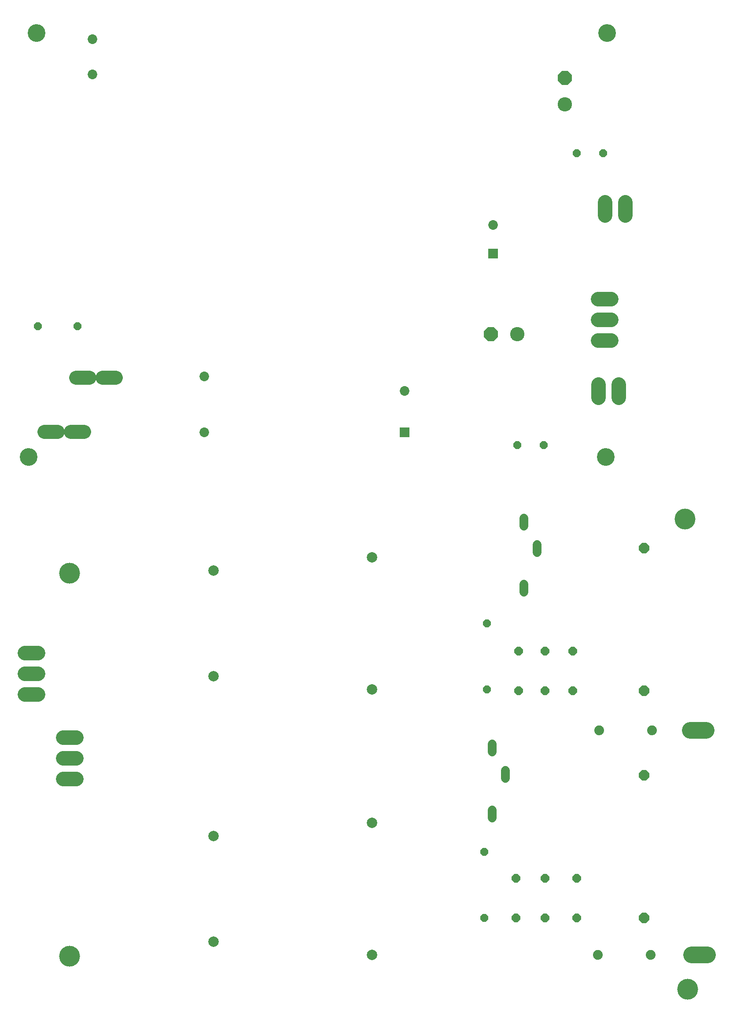
<source format=gbs>
G75*
%MOIN*%
%OFA0B0*%
%FSLAX25Y25*%
%IPPOS*%
%LPD*%
%AMOC8*
5,1,8,0,0,1.08239X$1,22.5*
%
%ADD10C,0.15750*%
%ADD11C,0.13398*%
%ADD12C,0.07887*%
%ADD13C,0.12650*%
%ADD14OC8,0.06400*%
%ADD15OC8,0.06000*%
%ADD16C,0.10839*%
%ADD17C,0.06800*%
%ADD18OC8,0.07850*%
%ADD19C,0.07400*%
%ADD20C,0.10800*%
%ADD21R,0.07296X0.07296*%
%ADD22C,0.07296*%
%ADD23C,0.10800*%
%ADD24OC8,0.10800*%
D10*
X0051800Y0051800D03*
X0051800Y0341800D03*
X0517800Y0382800D03*
X0519800Y0026800D03*
D11*
X0457800Y0429800D03*
X0458800Y0750800D03*
X0026800Y0750800D03*
X0020800Y0429800D03*
D12*
X0160800Y0343800D03*
X0160800Y0263800D03*
X0160800Y0142800D03*
X0160800Y0062800D03*
X0280800Y0052800D03*
X0280800Y0152800D03*
X0280800Y0253800D03*
X0280800Y0353800D03*
D13*
X0521875Y0222800D02*
X0533725Y0222800D01*
X0534725Y0052800D02*
X0522875Y0052800D01*
D14*
X0435800Y0080800D03*
X0411800Y0080800D03*
X0389800Y0080800D03*
X0389800Y0110800D03*
X0411800Y0110800D03*
X0435800Y0110800D03*
X0432800Y0252800D03*
X0411800Y0252800D03*
X0391800Y0252800D03*
X0391800Y0282800D03*
X0411800Y0282800D03*
X0432800Y0282800D03*
D15*
X0367800Y0303800D03*
X0367800Y0253800D03*
X0365800Y0130800D03*
X0365800Y0080800D03*
X0390800Y0438800D03*
X0410800Y0438800D03*
X0435800Y0659800D03*
X0455800Y0659800D03*
X0057800Y0528800D03*
X0027800Y0528800D03*
D16*
X0027820Y0281391D02*
X0017780Y0281391D01*
X0017780Y0265800D02*
X0027820Y0265800D01*
X0027820Y0250209D02*
X0017780Y0250209D01*
X0046780Y0217391D02*
X0056820Y0217391D01*
X0056820Y0201800D02*
X0046780Y0201800D01*
X0046780Y0186209D02*
X0056820Y0186209D01*
X0452005Y0474780D02*
X0452005Y0484820D01*
X0467595Y0484820D02*
X0467595Y0474780D01*
X0461820Y0518209D02*
X0451780Y0518209D01*
X0451780Y0533800D02*
X0461820Y0533800D01*
X0461820Y0549391D02*
X0451780Y0549391D01*
X0457005Y0612780D02*
X0457005Y0622820D01*
X0472595Y0622820D02*
X0472595Y0612780D01*
D17*
X0395800Y0383300D02*
X0395800Y0377300D01*
X0405800Y0363300D02*
X0405800Y0357300D01*
X0395800Y0333300D02*
X0395800Y0327300D01*
X0371800Y0212300D02*
X0371800Y0206300D01*
X0381800Y0192300D02*
X0381800Y0186300D01*
X0371800Y0162300D02*
X0371800Y0156300D01*
D18*
X0486800Y0188800D03*
X0486800Y0252800D03*
X0486800Y0360800D03*
X0486800Y0080800D03*
D19*
X0491800Y0052800D03*
X0451800Y0052800D03*
X0452800Y0222800D03*
X0492800Y0222800D03*
D20*
X0086643Y0489800D02*
X0076643Y0489800D01*
X0066957Y0489800D02*
X0056957Y0489800D01*
X0052643Y0448800D02*
X0062643Y0448800D01*
X0042957Y0448800D02*
X0032957Y0448800D01*
D21*
X0305548Y0448383D03*
X0372359Y0583713D03*
D22*
X0372359Y0605367D03*
X0305548Y0479879D03*
X0153973Y0490706D03*
X0153973Y0448383D03*
X0069209Y0719540D03*
X0069209Y0746115D03*
D23*
X0390800Y0522800D03*
X0426800Y0696800D03*
D24*
X0426800Y0716800D03*
X0370800Y0522800D03*
M02*

</source>
